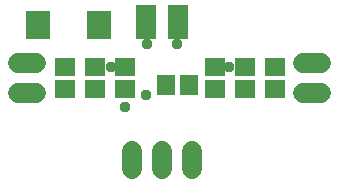
<source format=gbr>
G04 EAGLE Gerber X2 export*
%TF.Part,Single*%
%TF.FileFunction,Soldermask,Bot,1*%
%TF.FilePolarity,Negative*%
%TF.GenerationSoftware,Autodesk,EAGLE,9.0.0*%
%TF.CreationDate,2018-04-26T19:48:34Z*%
G75*
%MOMM*%
%FSLAX34Y34*%
%LPD*%
%AMOC8*
5,1,8,0,0,1.08239X$1,22.5*%
G01*
%ADD10R,1.503200X1.703200*%
%ADD11R,1.703200X1.503200*%
%ADD12R,1.703200X2.903200*%
%ADD13C,1.727200*%
%ADD14R,2.003200X2.403200*%
%ADD15C,0.959600*%


D10*
X244500Y215900D03*
X263500Y215900D03*
D11*
X209550Y212750D03*
X209550Y231750D03*
D12*
X227800Y269775D03*
X254800Y269975D03*
D13*
X134620Y209550D02*
X119380Y209550D01*
X119380Y234950D02*
X134620Y234950D01*
X360680Y209550D02*
X375920Y209550D01*
X375920Y234950D02*
X360680Y234950D01*
X215900Y160020D02*
X215900Y144780D01*
X241300Y144780D02*
X241300Y160020D01*
X266700Y160020D02*
X266700Y144780D01*
D11*
X285750Y212750D03*
X285750Y231750D03*
X311150Y212750D03*
X311150Y231750D03*
X336550Y212750D03*
X336550Y231750D03*
X184150Y212750D03*
X184150Y231750D03*
X158750Y212750D03*
X158750Y231750D03*
D14*
X136425Y266700D03*
X187425Y266700D03*
D15*
X197500Y231750D03*
X297500Y231750D03*
X227500Y207500D03*
X228600Y250825D03*
X254000Y250825D03*
X210000Y197500D03*
M02*

</source>
